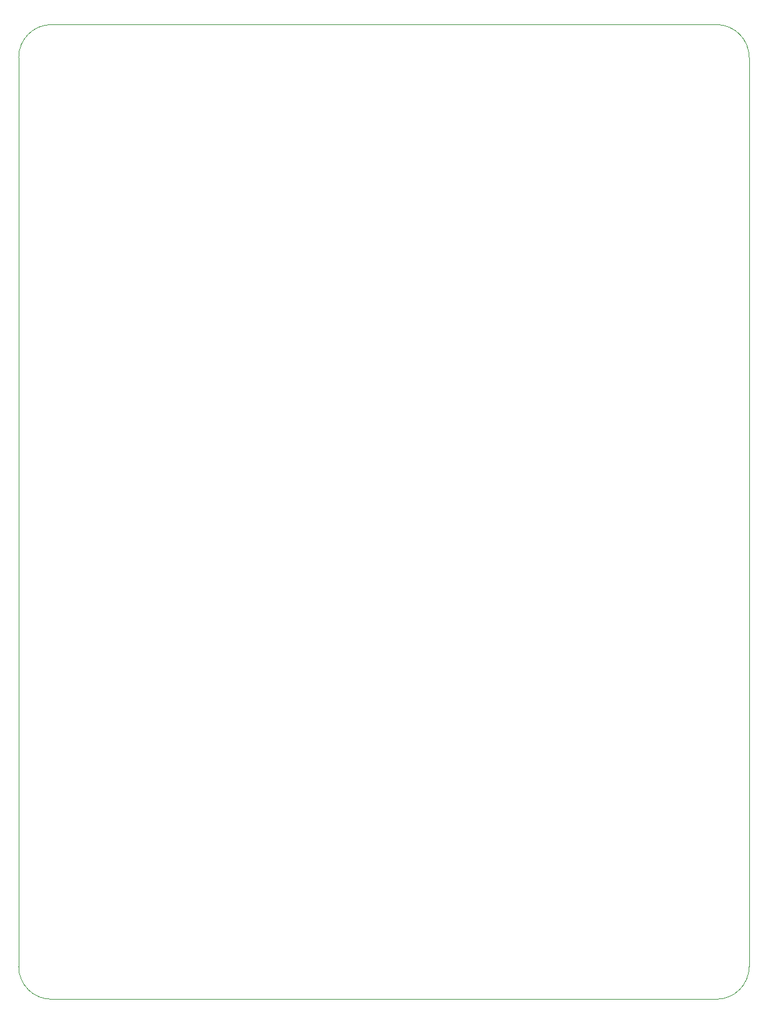
<source format=gko>
G04 (created by PCBNEW (2013-07-07 BZR 4022)-stable) date Mon 29 Aug 2022 01:34:01 AM CDT*
%MOIN*%
G04 Gerber Fmt 3.4, Leading zero omitted, Abs format*
%FSLAX34Y34*%
G01*
G70*
G90*
G04 APERTURE LIST*
%ADD10C,0.00590551*%
%ADD11C,0.00393701*%
G04 APERTURE END LIST*
G54D10*
G54D11*
X68000Y-67250D02*
X68000Y-18750D01*
X30750Y-69000D02*
X66250Y-69000D01*
X29000Y-18750D02*
X29000Y-67250D01*
X66250Y-17000D02*
X30750Y-17000D01*
X29000Y-67250D02*
G75*
G03X30750Y-69000I1750J0D01*
G74*
G01*
X66250Y-69000D02*
G75*
G03X68000Y-67250I0J1750D01*
G74*
G01*
X68000Y-18750D02*
G75*
G03X66250Y-17000I-1750J0D01*
G74*
G01*
X30750Y-17000D02*
G75*
G03X29000Y-18750I0J-1750D01*
G74*
G01*
M02*

</source>
